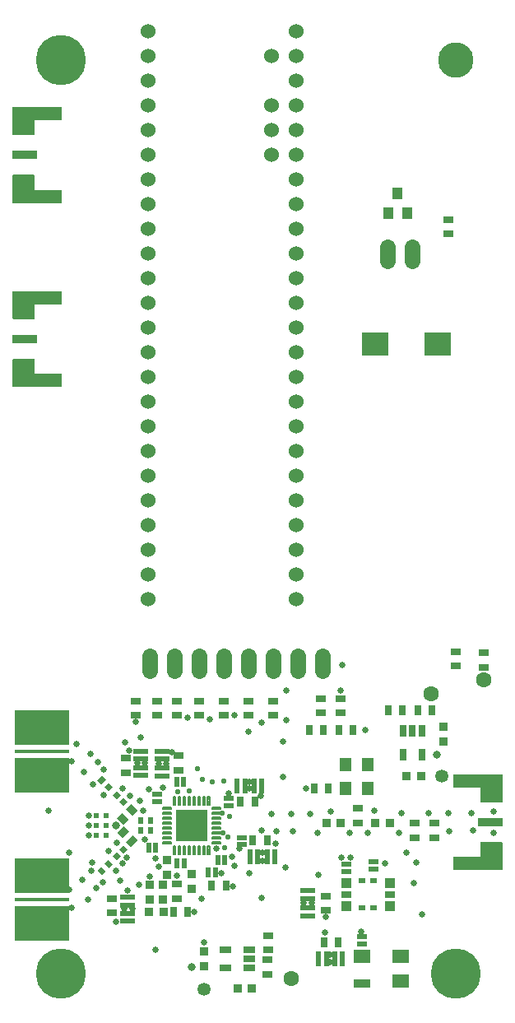
<source format=gts>
G04 EAGLE Gerber RS-274X export*
G75*
%MOMM*%
%FSLAX34Y34*%
%LPD*%
%INSoldermask Top*%
%IPPOS*%
%AMOC8*
5,1,8,0,0,1.08239X$1,22.5*%
G01*
%ADD10C,3.632200*%
%ADD11C,1.346200*%
%ADD12R,0.876200X0.876200*%
%ADD13R,0.576200X0.576200*%
%ADD14R,0.576200X0.576200*%
%ADD15R,2.676200X2.476200*%
%ADD16R,1.176200X1.376200*%
%ADD17R,1.076200X1.276200*%
%ADD18R,5.613400X0.431800*%
%ADD19R,5.613400X3.632200*%
%ADD20C,1.600200*%
%ADD21R,0.576200X0.676200*%
%ADD22R,0.776200X0.976200*%
%ADD23R,0.976200X0.676200*%
%ADD24R,0.676200X0.976200*%
%ADD25R,2.616200X0.838200*%
%ADD26R,5.156200X1.346200*%
%ADD27C,1.524000*%
%ADD28C,0.195622*%
%ADD29R,3.176200X3.176200*%
%ADD30R,0.776200X1.226200*%
%ADD31R,1.226200X0.776200*%
%ADD32C,1.576200*%
%ADD33R,0.576200X1.576200*%
%ADD34R,1.076200X0.576200*%
%ADD35R,1.576200X0.576200*%
%ADD36R,0.576200X1.076200*%
%ADD37R,1.076200X1.076200*%
%ADD38R,1.076200X0.676200*%
%ADD39R,0.676200X0.576200*%
%ADD40R,1.676200X1.376200*%
%ADD41R,1.752600X0.889000*%
%ADD42C,0.533400*%
%ADD43C,0.635000*%
%ADD44C,5.156200*%
%ADD45C,1.600200*%
%ADD46C,0.629400*%
%ADD47C,0.838200*%
%ADD48C,0.679400*%

G36*
X22978Y887746D02*
X22978Y887746D01*
X23097Y887753D01*
X23135Y887766D01*
X23176Y887771D01*
X23286Y887814D01*
X23399Y887851D01*
X23434Y887873D01*
X23471Y887888D01*
X23567Y887958D01*
X23668Y888021D01*
X23696Y888051D01*
X23729Y888074D01*
X23805Y888166D01*
X23886Y888253D01*
X23906Y888288D01*
X23931Y888319D01*
X23982Y888427D01*
X24040Y888531D01*
X24050Y888571D01*
X24067Y888607D01*
X24089Y888724D01*
X24119Y888839D01*
X24123Y888900D01*
X24127Y888920D01*
X24125Y888940D01*
X24129Y889000D01*
X24129Y905003D01*
X37973Y905003D01*
X38091Y905018D01*
X38210Y905025D01*
X38248Y905038D01*
X38289Y905043D01*
X38399Y905086D01*
X38512Y905123D01*
X38547Y905145D01*
X38584Y905160D01*
X38680Y905230D01*
X38781Y905293D01*
X38809Y905323D01*
X38842Y905346D01*
X38918Y905438D01*
X38999Y905525D01*
X39019Y905560D01*
X39044Y905591D01*
X39095Y905699D01*
X39153Y905803D01*
X39163Y905843D01*
X39180Y905879D01*
X39202Y905996D01*
X39232Y906111D01*
X39236Y906172D01*
X39240Y906192D01*
X39238Y906212D01*
X39242Y906272D01*
X39242Y912749D01*
X39227Y912867D01*
X39220Y912986D01*
X39207Y913024D01*
X39202Y913065D01*
X39159Y913175D01*
X39122Y913288D01*
X39100Y913323D01*
X39085Y913360D01*
X39016Y913456D01*
X38952Y913557D01*
X38922Y913585D01*
X38899Y913618D01*
X38807Y913694D01*
X38720Y913775D01*
X38685Y913795D01*
X38654Y913820D01*
X38546Y913871D01*
X38442Y913929D01*
X38402Y913939D01*
X38366Y913956D01*
X38249Y913978D01*
X38134Y914008D01*
X38074Y914012D01*
X38054Y914016D01*
X38033Y914014D01*
X37973Y914018D01*
X2540Y914018D01*
X2422Y914003D01*
X2303Y913996D01*
X2265Y913983D01*
X2224Y913978D01*
X2114Y913935D01*
X2001Y913898D01*
X1966Y913876D01*
X1929Y913861D01*
X1833Y913792D01*
X1732Y913728D01*
X1704Y913698D01*
X1671Y913675D01*
X1596Y913583D01*
X1514Y913496D01*
X1494Y913461D01*
X1469Y913430D01*
X1418Y913322D01*
X1360Y913218D01*
X1350Y913178D01*
X1333Y913142D01*
X1311Y913025D01*
X1281Y912910D01*
X1277Y912850D01*
X1273Y912830D01*
X1275Y912809D01*
X1271Y912749D01*
X1271Y889000D01*
X1286Y888882D01*
X1293Y888763D01*
X1306Y888725D01*
X1311Y888684D01*
X1354Y888574D01*
X1391Y888461D01*
X1413Y888426D01*
X1428Y888389D01*
X1498Y888293D01*
X1561Y888192D01*
X1591Y888164D01*
X1614Y888131D01*
X1706Y888056D01*
X1793Y887974D01*
X1828Y887954D01*
X1859Y887929D01*
X1967Y887878D01*
X2071Y887820D01*
X2111Y887810D01*
X2147Y887793D01*
X2264Y887771D01*
X2379Y887741D01*
X2440Y887737D01*
X2460Y887733D01*
X2480Y887735D01*
X2540Y887731D01*
X22860Y887731D01*
X22978Y887746D01*
G37*
G36*
X22978Y698516D02*
X22978Y698516D01*
X23097Y698523D01*
X23135Y698536D01*
X23176Y698541D01*
X23286Y698584D01*
X23399Y698621D01*
X23434Y698643D01*
X23471Y698658D01*
X23567Y698728D01*
X23668Y698791D01*
X23696Y698821D01*
X23729Y698844D01*
X23805Y698936D01*
X23886Y699023D01*
X23906Y699058D01*
X23931Y699089D01*
X23982Y699197D01*
X24040Y699301D01*
X24050Y699341D01*
X24067Y699377D01*
X24089Y699494D01*
X24119Y699609D01*
X24123Y699670D01*
X24127Y699690D01*
X24125Y699710D01*
X24129Y699770D01*
X24129Y715773D01*
X37973Y715773D01*
X38091Y715788D01*
X38210Y715795D01*
X38248Y715808D01*
X38289Y715813D01*
X38399Y715856D01*
X38512Y715893D01*
X38547Y715915D01*
X38584Y715930D01*
X38680Y716000D01*
X38781Y716063D01*
X38809Y716093D01*
X38842Y716116D01*
X38918Y716208D01*
X38999Y716295D01*
X39019Y716330D01*
X39044Y716361D01*
X39095Y716469D01*
X39153Y716573D01*
X39163Y716613D01*
X39180Y716649D01*
X39202Y716766D01*
X39232Y716881D01*
X39236Y716942D01*
X39240Y716962D01*
X39238Y716982D01*
X39242Y717042D01*
X39242Y723519D01*
X39227Y723637D01*
X39220Y723756D01*
X39207Y723794D01*
X39202Y723835D01*
X39159Y723945D01*
X39122Y724058D01*
X39100Y724093D01*
X39085Y724130D01*
X39016Y724226D01*
X38952Y724327D01*
X38922Y724355D01*
X38899Y724388D01*
X38807Y724464D01*
X38720Y724545D01*
X38685Y724565D01*
X38654Y724590D01*
X38546Y724641D01*
X38442Y724699D01*
X38402Y724709D01*
X38366Y724726D01*
X38249Y724748D01*
X38134Y724778D01*
X38074Y724782D01*
X38054Y724786D01*
X38033Y724784D01*
X37973Y724788D01*
X2540Y724788D01*
X2422Y724773D01*
X2303Y724766D01*
X2265Y724753D01*
X2224Y724748D01*
X2114Y724705D01*
X2001Y724668D01*
X1966Y724646D01*
X1929Y724631D01*
X1833Y724562D01*
X1732Y724498D01*
X1704Y724468D01*
X1671Y724445D01*
X1596Y724353D01*
X1514Y724266D01*
X1494Y724231D01*
X1469Y724200D01*
X1418Y724092D01*
X1360Y723988D01*
X1350Y723948D01*
X1333Y723912D01*
X1311Y723795D01*
X1281Y723680D01*
X1277Y723620D01*
X1273Y723600D01*
X1275Y723579D01*
X1271Y723519D01*
X1271Y699770D01*
X1286Y699652D01*
X1293Y699533D01*
X1306Y699495D01*
X1311Y699454D01*
X1354Y699344D01*
X1391Y699231D01*
X1413Y699196D01*
X1428Y699159D01*
X1498Y699063D01*
X1561Y698962D01*
X1591Y698934D01*
X1614Y698901D01*
X1706Y698826D01*
X1793Y698744D01*
X1828Y698724D01*
X1859Y698699D01*
X1967Y698648D01*
X2071Y698590D01*
X2111Y698580D01*
X2147Y698563D01*
X2264Y698541D01*
X2379Y698511D01*
X2440Y698507D01*
X2460Y698503D01*
X2480Y698505D01*
X2540Y698501D01*
X22860Y698501D01*
X22978Y698516D01*
G37*
G36*
X504308Y134509D02*
X504308Y134509D01*
X504427Y134516D01*
X504465Y134529D01*
X504506Y134534D01*
X504616Y134577D01*
X504729Y134614D01*
X504764Y134636D01*
X504801Y134651D01*
X504897Y134721D01*
X504998Y134784D01*
X505026Y134814D01*
X505059Y134837D01*
X505135Y134929D01*
X505216Y135016D01*
X505236Y135051D01*
X505261Y135082D01*
X505312Y135190D01*
X505370Y135294D01*
X505380Y135334D01*
X505397Y135370D01*
X505419Y135487D01*
X505449Y135602D01*
X505453Y135663D01*
X505457Y135683D01*
X505455Y135703D01*
X505459Y135763D01*
X505459Y159512D01*
X505444Y159630D01*
X505437Y159749D01*
X505424Y159787D01*
X505419Y159828D01*
X505376Y159938D01*
X505339Y160051D01*
X505317Y160086D01*
X505302Y160123D01*
X505233Y160219D01*
X505169Y160320D01*
X505139Y160348D01*
X505116Y160381D01*
X505024Y160457D01*
X504937Y160538D01*
X504902Y160558D01*
X504871Y160583D01*
X504763Y160634D01*
X504659Y160692D01*
X504619Y160702D01*
X504583Y160719D01*
X504466Y160741D01*
X504351Y160771D01*
X504291Y160775D01*
X504271Y160779D01*
X504250Y160777D01*
X504190Y160781D01*
X483870Y160781D01*
X483752Y160766D01*
X483633Y160759D01*
X483595Y160746D01*
X483554Y160741D01*
X483444Y160698D01*
X483331Y160661D01*
X483296Y160639D01*
X483259Y160624D01*
X483163Y160555D01*
X483062Y160491D01*
X483034Y160461D01*
X483001Y160438D01*
X482926Y160346D01*
X482844Y160259D01*
X482824Y160224D01*
X482799Y160193D01*
X482748Y160085D01*
X482690Y159981D01*
X482680Y159941D01*
X482663Y159905D01*
X482641Y159788D01*
X482611Y159673D01*
X482607Y159613D01*
X482603Y159593D01*
X482605Y159572D01*
X482601Y159512D01*
X482601Y143509D01*
X468757Y143509D01*
X468639Y143494D01*
X468520Y143487D01*
X468482Y143474D01*
X468441Y143469D01*
X468331Y143426D01*
X468218Y143389D01*
X468183Y143367D01*
X468146Y143352D01*
X468050Y143283D01*
X467949Y143219D01*
X467921Y143189D01*
X467888Y143166D01*
X467813Y143074D01*
X467731Y142987D01*
X467711Y142952D01*
X467686Y142921D01*
X467635Y142813D01*
X467577Y142709D01*
X467567Y142669D01*
X467550Y142633D01*
X467528Y142516D01*
X467498Y142401D01*
X467494Y142341D01*
X467490Y142321D01*
X467492Y142300D01*
X467488Y142240D01*
X467488Y135763D01*
X467503Y135645D01*
X467510Y135526D01*
X467523Y135488D01*
X467528Y135447D01*
X467571Y135337D01*
X467608Y135224D01*
X467630Y135189D01*
X467645Y135152D01*
X467715Y135056D01*
X467778Y134955D01*
X467808Y134927D01*
X467831Y134894D01*
X467923Y134819D01*
X468010Y134737D01*
X468045Y134717D01*
X468076Y134692D01*
X468184Y134641D01*
X468288Y134583D01*
X468328Y134573D01*
X468364Y134556D01*
X468481Y134534D01*
X468596Y134504D01*
X468657Y134500D01*
X468677Y134496D01*
X468697Y134498D01*
X468757Y134494D01*
X504190Y134494D01*
X504308Y134509D01*
G37*
G36*
X31614Y820817D02*
X31614Y820817D01*
X31733Y820824D01*
X31771Y820837D01*
X31812Y820842D01*
X31922Y820885D01*
X32035Y820922D01*
X32070Y820944D01*
X32107Y820959D01*
X32203Y821029D01*
X32304Y821092D01*
X32332Y821122D01*
X32365Y821145D01*
X32441Y821237D01*
X32522Y821324D01*
X32542Y821359D01*
X32567Y821390D01*
X32618Y821498D01*
X32676Y821602D01*
X32686Y821642D01*
X32703Y821678D01*
X32725Y821795D01*
X32755Y821910D01*
X32759Y821971D01*
X32763Y821991D01*
X32761Y822011D01*
X32765Y822071D01*
X32765Y828548D01*
X32750Y828666D01*
X32743Y828785D01*
X32730Y828823D01*
X32725Y828864D01*
X32682Y828974D01*
X32645Y829087D01*
X32623Y829122D01*
X32608Y829159D01*
X32539Y829255D01*
X32475Y829356D01*
X32445Y829384D01*
X32422Y829417D01*
X32330Y829493D01*
X32243Y829574D01*
X32208Y829594D01*
X32177Y829619D01*
X32069Y829670D01*
X31965Y829728D01*
X31925Y829738D01*
X31889Y829755D01*
X31772Y829777D01*
X31657Y829807D01*
X31597Y829811D01*
X31577Y829815D01*
X31556Y829813D01*
X31496Y829817D01*
X24129Y829817D01*
X24129Y845820D01*
X24114Y845938D01*
X24107Y846057D01*
X24094Y846095D01*
X24089Y846136D01*
X24046Y846246D01*
X24009Y846359D01*
X23987Y846394D01*
X23972Y846431D01*
X23903Y846527D01*
X23839Y846628D01*
X23809Y846656D01*
X23786Y846689D01*
X23694Y846765D01*
X23607Y846846D01*
X23572Y846866D01*
X23541Y846891D01*
X23433Y846942D01*
X23329Y847000D01*
X23289Y847010D01*
X23253Y847027D01*
X23136Y847049D01*
X23021Y847079D01*
X22961Y847083D01*
X22941Y847087D01*
X22920Y847085D01*
X22860Y847089D01*
X2540Y847089D01*
X2422Y847074D01*
X2303Y847067D01*
X2265Y847054D01*
X2224Y847049D01*
X2114Y847006D01*
X2001Y846969D01*
X1966Y846947D01*
X1929Y846932D01*
X1833Y846863D01*
X1732Y846799D01*
X1704Y846769D01*
X1671Y846746D01*
X1596Y846654D01*
X1514Y846567D01*
X1494Y846532D01*
X1469Y846501D01*
X1418Y846393D01*
X1360Y846289D01*
X1350Y846249D01*
X1333Y846213D01*
X1311Y846096D01*
X1281Y845981D01*
X1277Y845921D01*
X1273Y845901D01*
X1275Y845880D01*
X1271Y845820D01*
X1271Y822071D01*
X1286Y821953D01*
X1293Y821834D01*
X1306Y821796D01*
X1311Y821755D01*
X1354Y821645D01*
X1391Y821532D01*
X1413Y821497D01*
X1428Y821460D01*
X1498Y821364D01*
X1561Y821263D01*
X1591Y821235D01*
X1614Y821202D01*
X1706Y821127D01*
X1793Y821045D01*
X1828Y821025D01*
X1859Y821000D01*
X1967Y820949D01*
X2071Y820891D01*
X2111Y820881D01*
X2147Y820864D01*
X2264Y820842D01*
X2379Y820812D01*
X2440Y820808D01*
X2460Y820804D01*
X2480Y820806D01*
X2540Y820802D01*
X31496Y820802D01*
X31614Y820817D01*
G37*
G36*
X31614Y631587D02*
X31614Y631587D01*
X31733Y631594D01*
X31771Y631607D01*
X31812Y631612D01*
X31922Y631655D01*
X32035Y631692D01*
X32070Y631714D01*
X32107Y631729D01*
X32203Y631799D01*
X32304Y631862D01*
X32332Y631892D01*
X32365Y631915D01*
X32441Y632007D01*
X32522Y632094D01*
X32542Y632129D01*
X32567Y632160D01*
X32618Y632268D01*
X32676Y632372D01*
X32686Y632412D01*
X32703Y632448D01*
X32725Y632565D01*
X32755Y632680D01*
X32759Y632741D01*
X32763Y632761D01*
X32761Y632781D01*
X32765Y632841D01*
X32765Y639318D01*
X32750Y639436D01*
X32743Y639555D01*
X32730Y639593D01*
X32725Y639634D01*
X32682Y639744D01*
X32645Y639857D01*
X32623Y639892D01*
X32608Y639929D01*
X32539Y640025D01*
X32475Y640126D01*
X32445Y640154D01*
X32422Y640187D01*
X32330Y640263D01*
X32243Y640344D01*
X32208Y640364D01*
X32177Y640389D01*
X32069Y640440D01*
X31965Y640498D01*
X31925Y640508D01*
X31889Y640525D01*
X31772Y640547D01*
X31657Y640577D01*
X31597Y640581D01*
X31577Y640585D01*
X31556Y640583D01*
X31496Y640587D01*
X24129Y640587D01*
X24129Y656590D01*
X24114Y656708D01*
X24107Y656827D01*
X24094Y656865D01*
X24089Y656906D01*
X24046Y657016D01*
X24009Y657129D01*
X23987Y657164D01*
X23972Y657201D01*
X23903Y657297D01*
X23839Y657398D01*
X23809Y657426D01*
X23786Y657459D01*
X23694Y657535D01*
X23607Y657616D01*
X23572Y657636D01*
X23541Y657661D01*
X23433Y657712D01*
X23329Y657770D01*
X23289Y657780D01*
X23253Y657797D01*
X23136Y657819D01*
X23021Y657849D01*
X22961Y657853D01*
X22941Y657857D01*
X22920Y657855D01*
X22860Y657859D01*
X2540Y657859D01*
X2422Y657844D01*
X2303Y657837D01*
X2265Y657824D01*
X2224Y657819D01*
X2114Y657776D01*
X2001Y657739D01*
X1966Y657717D01*
X1929Y657702D01*
X1833Y657633D01*
X1732Y657569D01*
X1704Y657539D01*
X1671Y657516D01*
X1596Y657424D01*
X1514Y657337D01*
X1494Y657302D01*
X1469Y657271D01*
X1418Y657163D01*
X1360Y657059D01*
X1350Y657019D01*
X1333Y656983D01*
X1311Y656866D01*
X1281Y656751D01*
X1277Y656691D01*
X1273Y656671D01*
X1275Y656650D01*
X1271Y656590D01*
X1271Y632841D01*
X1286Y632723D01*
X1293Y632604D01*
X1306Y632566D01*
X1311Y632525D01*
X1354Y632415D01*
X1391Y632302D01*
X1413Y632267D01*
X1428Y632230D01*
X1498Y632134D01*
X1561Y632033D01*
X1591Y632005D01*
X1614Y631972D01*
X1706Y631897D01*
X1793Y631815D01*
X1828Y631795D01*
X1859Y631770D01*
X1967Y631719D01*
X2071Y631661D01*
X2111Y631651D01*
X2147Y631634D01*
X2264Y631612D01*
X2379Y631582D01*
X2440Y631578D01*
X2460Y631574D01*
X2480Y631576D01*
X2540Y631572D01*
X31496Y631572D01*
X31614Y631587D01*
G37*
G36*
X504308Y201438D02*
X504308Y201438D01*
X504427Y201445D01*
X504465Y201458D01*
X504506Y201463D01*
X504616Y201506D01*
X504729Y201543D01*
X504764Y201565D01*
X504801Y201580D01*
X504897Y201650D01*
X504998Y201713D01*
X505026Y201743D01*
X505059Y201766D01*
X505135Y201858D01*
X505216Y201945D01*
X505236Y201980D01*
X505261Y202011D01*
X505312Y202119D01*
X505370Y202223D01*
X505380Y202263D01*
X505397Y202299D01*
X505419Y202416D01*
X505449Y202531D01*
X505453Y202592D01*
X505457Y202612D01*
X505455Y202632D01*
X505459Y202692D01*
X505459Y226441D01*
X505444Y226559D01*
X505437Y226678D01*
X505424Y226716D01*
X505419Y226757D01*
X505376Y226867D01*
X505339Y226980D01*
X505317Y227015D01*
X505302Y227052D01*
X505233Y227148D01*
X505169Y227249D01*
X505139Y227277D01*
X505116Y227310D01*
X505024Y227386D01*
X504937Y227467D01*
X504902Y227487D01*
X504871Y227512D01*
X504763Y227563D01*
X504659Y227621D01*
X504619Y227631D01*
X504583Y227648D01*
X504466Y227670D01*
X504351Y227700D01*
X504291Y227704D01*
X504271Y227708D01*
X504250Y227706D01*
X504190Y227710D01*
X475234Y227710D01*
X475116Y227695D01*
X474997Y227688D01*
X474959Y227675D01*
X474918Y227670D01*
X474808Y227627D01*
X474695Y227590D01*
X474660Y227568D01*
X474623Y227553D01*
X474527Y227484D01*
X474426Y227420D01*
X474398Y227390D01*
X474365Y227367D01*
X474290Y227275D01*
X474208Y227188D01*
X474188Y227153D01*
X474163Y227122D01*
X474112Y227014D01*
X474054Y226910D01*
X474044Y226870D01*
X474027Y226834D01*
X474005Y226717D01*
X473975Y226602D01*
X473971Y226542D01*
X473967Y226522D01*
X473969Y226501D01*
X473965Y226441D01*
X473965Y219964D01*
X473980Y219846D01*
X473987Y219727D01*
X474000Y219689D01*
X474005Y219648D01*
X474048Y219538D01*
X474085Y219425D01*
X474107Y219390D01*
X474122Y219353D01*
X474192Y219257D01*
X474255Y219156D01*
X474285Y219128D01*
X474308Y219095D01*
X474400Y219020D01*
X474487Y218938D01*
X474522Y218918D01*
X474553Y218893D01*
X474661Y218842D01*
X474765Y218784D01*
X474805Y218774D01*
X474841Y218757D01*
X474958Y218735D01*
X475073Y218705D01*
X475134Y218701D01*
X475154Y218697D01*
X475174Y218699D01*
X475234Y218695D01*
X482601Y218695D01*
X482601Y202692D01*
X482616Y202574D01*
X482623Y202455D01*
X482636Y202417D01*
X482641Y202376D01*
X482684Y202266D01*
X482721Y202153D01*
X482743Y202118D01*
X482758Y202081D01*
X482828Y201985D01*
X482891Y201884D01*
X482921Y201856D01*
X482944Y201823D01*
X483036Y201748D01*
X483123Y201666D01*
X483158Y201646D01*
X483189Y201621D01*
X483297Y201570D01*
X483401Y201512D01*
X483441Y201502D01*
X483477Y201485D01*
X483594Y201463D01*
X483709Y201433D01*
X483770Y201429D01*
X483790Y201425D01*
X483810Y201427D01*
X483870Y201423D01*
X504190Y201423D01*
X504308Y201438D01*
G37*
D10*
X457200Y965200D03*
D11*
X442976Y228854D03*
D12*
X160020Y127120D03*
X160020Y142120D03*
X389516Y180594D03*
X374516Y180594D03*
X338970Y180340D03*
X323970Y180340D03*
X155956Y116466D03*
X155956Y101466D03*
D13*
X97710Y187960D03*
X87710Y187960D03*
X97710Y177800D03*
X87710Y177800D03*
D14*
G36*
X115296Y206278D02*
X119370Y202204D01*
X115296Y198130D01*
X111222Y202204D01*
X115296Y206278D01*
G37*
G36*
X108224Y213350D02*
X112298Y209276D01*
X108224Y205202D01*
X104150Y209276D01*
X108224Y213350D01*
G37*
D12*
X198120Y33140D03*
X198120Y48140D03*
X185166Y127388D03*
X185166Y112388D03*
X444500Y279280D03*
X444500Y264280D03*
D15*
X438400Y673100D03*
X374400Y673100D03*
D12*
X421520Y228600D03*
X406520Y228600D03*
D14*
G36*
X111222Y153396D02*
X115296Y157470D01*
X119370Y153396D01*
X115296Y149322D01*
X111222Y153396D01*
G37*
G36*
X104150Y146324D02*
X108224Y150398D01*
X112298Y146324D01*
X108224Y142250D01*
X104150Y146324D01*
G37*
D13*
X97710Y167640D03*
X87710Y167640D03*
D12*
X247530Y10160D03*
X232530Y10160D03*
D16*
X367100Y240030D03*
X344100Y240030D03*
D17*
X397510Y827880D03*
X387510Y807880D03*
X407510Y807880D03*
D18*
X31496Y254000D03*
D19*
X31496Y278892D03*
X31496Y229108D03*
D18*
X31496Y101600D03*
D19*
X31496Y126492D03*
X31496Y76708D03*
D20*
X167640Y336550D02*
X167640Y351790D01*
X193040Y351790D02*
X193040Y336550D01*
X218440Y336550D02*
X218440Y351790D01*
X243840Y351790D02*
X243840Y336550D01*
X269240Y336550D02*
X269240Y351790D01*
X294640Y351790D02*
X294640Y336550D01*
X320040Y336550D02*
X320040Y351790D01*
X142240Y351790D02*
X142240Y336550D01*
D21*
G36*
X95629Y138509D02*
X99703Y142583D01*
X104483Y137803D01*
X100409Y133729D01*
X95629Y138509D01*
G37*
G36*
X88557Y131437D02*
X92631Y135511D01*
X97411Y130731D01*
X93337Y126657D01*
X88557Y131437D01*
G37*
D22*
G36*
X120979Y183927D02*
X115491Y178439D01*
X108589Y185341D01*
X114077Y190829D01*
X120979Y183927D01*
G37*
G36*
X130171Y193119D02*
X124683Y187631D01*
X117781Y194533D01*
X123269Y200021D01*
X130171Y193119D01*
G37*
G36*
X124683Y167969D02*
X130171Y162481D01*
X123269Y155579D01*
X117781Y161067D01*
X124683Y167969D01*
G37*
G36*
X115491Y177161D02*
X120979Y171673D01*
X114077Y164771D01*
X108589Y170259D01*
X115491Y177161D01*
G37*
D21*
G36*
X100409Y221871D02*
X104483Y217797D01*
X99703Y213017D01*
X95629Y217091D01*
X100409Y221871D01*
G37*
G36*
X93337Y228943D02*
X97411Y224869D01*
X92631Y220089D01*
X88557Y224163D01*
X93337Y228943D01*
G37*
D12*
X141598Y89154D03*
X156598Y89154D03*
D23*
X339090Y293490D03*
X339090Y308490D03*
X269240Y305950D03*
X269240Y290950D03*
X243840Y290950D03*
X243840Y305950D03*
X218440Y290950D03*
X218440Y305950D03*
X193040Y290950D03*
X193040Y305950D03*
X170180Y290950D03*
X170180Y305950D03*
X149860Y290950D03*
X149860Y305950D03*
X128270Y290950D03*
X128270Y305950D03*
X170180Y102482D03*
X170180Y117482D03*
D24*
X432950Y295910D03*
X417950Y295910D03*
D21*
X143430Y182880D03*
X133430Y182880D03*
D23*
X263906Y49650D03*
X263906Y64650D03*
D24*
X402470Y295910D03*
X387470Y295910D03*
D21*
X143430Y172720D03*
X133430Y172720D03*
D23*
X263652Y24758D03*
X263652Y39758D03*
D12*
X141986Y116466D03*
X141986Y101466D03*
D24*
X166490Y88900D03*
X181490Y88900D03*
D23*
X415290Y180474D03*
X415290Y165474D03*
D24*
X351670Y275590D03*
X336670Y275590D03*
D23*
X318770Y293490D03*
X318770Y308490D03*
D24*
X321190Y275590D03*
X306190Y275590D03*
D23*
X356870Y180460D03*
X356870Y195460D03*
D25*
X492760Y181102D03*
D26*
X480060Y223647D03*
X480060Y138557D03*
D27*
X140970Y943610D03*
X140970Y918210D03*
X140970Y892810D03*
X140970Y867410D03*
X140970Y842010D03*
X140970Y816610D03*
X140970Y791210D03*
X140970Y765810D03*
X140970Y740410D03*
X140970Y715010D03*
X140970Y689610D03*
X140970Y664210D03*
X293370Y664210D03*
X293370Y689610D03*
X293370Y715010D03*
X293370Y740410D03*
X293370Y765810D03*
X293370Y791210D03*
X293370Y816610D03*
X293370Y842010D03*
X293370Y867410D03*
X293370Y892810D03*
X293370Y918210D03*
X140970Y969010D03*
X293370Y943610D03*
X293370Y969010D03*
X140970Y994410D03*
X293370Y994410D03*
X140970Y638810D03*
X293370Y638810D03*
X140970Y613410D03*
X140970Y588010D03*
X140970Y562610D03*
X140970Y537210D03*
X140970Y511810D03*
X140970Y486410D03*
X140970Y461010D03*
X140970Y435610D03*
X140970Y410210D03*
X293370Y410210D03*
X293370Y435610D03*
X293370Y461010D03*
X293370Y486410D03*
X293370Y511810D03*
X293370Y537210D03*
X293370Y562610D03*
X293370Y588010D03*
X293370Y613410D03*
X267970Y969010D03*
X267970Y918210D03*
X267970Y892810D03*
X267970Y867410D03*
D28*
X206517Y161203D02*
X206517Y159397D01*
X206517Y161203D02*
X215323Y161203D01*
X215323Y159397D01*
X206517Y159397D01*
X168823Y147897D02*
X167017Y147897D01*
X167017Y156703D01*
X168823Y156703D01*
X168823Y147897D01*
X168823Y149755D02*
X167017Y149755D01*
X167017Y151613D02*
X168823Y151613D01*
X168823Y153471D02*
X167017Y153471D01*
X167017Y155329D02*
X168823Y155329D01*
X155517Y194397D02*
X155517Y196203D01*
X164323Y196203D01*
X164323Y194397D01*
X155517Y194397D01*
X167017Y198897D02*
X168823Y198897D01*
X167017Y198897D02*
X167017Y207703D01*
X168823Y207703D01*
X168823Y198897D01*
X168823Y200755D02*
X167017Y200755D01*
X167017Y202613D02*
X168823Y202613D01*
X168823Y204471D02*
X167017Y204471D01*
X167017Y206329D02*
X168823Y206329D01*
X155517Y191203D02*
X155517Y189397D01*
X155517Y191203D02*
X164323Y191203D01*
X164323Y189397D01*
X155517Y189397D01*
X155517Y186203D02*
X155517Y184397D01*
X155517Y186203D02*
X164323Y186203D01*
X164323Y184397D01*
X155517Y184397D01*
X155517Y181203D02*
X155517Y179397D01*
X155517Y181203D02*
X164323Y181203D01*
X164323Y179397D01*
X155517Y179397D01*
X155517Y176203D02*
X155517Y174397D01*
X155517Y176203D02*
X164323Y176203D01*
X164323Y174397D01*
X155517Y174397D01*
X155517Y171203D02*
X155517Y169397D01*
X155517Y171203D02*
X164323Y171203D01*
X164323Y169397D01*
X155517Y169397D01*
X155517Y166203D02*
X155517Y164397D01*
X155517Y166203D02*
X164323Y166203D01*
X164323Y164397D01*
X155517Y164397D01*
X155517Y161203D02*
X155517Y159397D01*
X155517Y161203D02*
X164323Y161203D01*
X164323Y159397D01*
X155517Y159397D01*
X177017Y147897D02*
X178823Y147897D01*
X177017Y147897D02*
X177017Y156703D01*
X178823Y156703D01*
X178823Y147897D01*
X178823Y149755D02*
X177017Y149755D01*
X177017Y151613D02*
X178823Y151613D01*
X178823Y153471D02*
X177017Y153471D01*
X177017Y155329D02*
X178823Y155329D01*
X173823Y147897D02*
X172017Y147897D01*
X172017Y156703D01*
X173823Y156703D01*
X173823Y147897D01*
X173823Y149755D02*
X172017Y149755D01*
X172017Y151613D02*
X173823Y151613D01*
X173823Y153471D02*
X172017Y153471D01*
X172017Y155329D02*
X173823Y155329D01*
X182017Y147897D02*
X183823Y147897D01*
X182017Y147897D02*
X182017Y156703D01*
X183823Y156703D01*
X183823Y147897D01*
X183823Y149755D02*
X182017Y149755D01*
X182017Y151613D02*
X183823Y151613D01*
X183823Y153471D02*
X182017Y153471D01*
X182017Y155329D02*
X183823Y155329D01*
X187017Y147897D02*
X188823Y147897D01*
X187017Y147897D02*
X187017Y156703D01*
X188823Y156703D01*
X188823Y147897D01*
X188823Y149755D02*
X187017Y149755D01*
X187017Y151613D02*
X188823Y151613D01*
X188823Y153471D02*
X187017Y153471D01*
X187017Y155329D02*
X188823Y155329D01*
X192017Y147897D02*
X193823Y147897D01*
X192017Y147897D02*
X192017Y156703D01*
X193823Y156703D01*
X193823Y147897D01*
X193823Y149755D02*
X192017Y149755D01*
X192017Y151613D02*
X193823Y151613D01*
X193823Y153471D02*
X192017Y153471D01*
X192017Y155329D02*
X193823Y155329D01*
X197017Y147897D02*
X198823Y147897D01*
X197017Y147897D02*
X197017Y156703D01*
X198823Y156703D01*
X198823Y147897D01*
X198823Y149755D02*
X197017Y149755D01*
X197017Y151613D02*
X198823Y151613D01*
X198823Y153471D02*
X197017Y153471D01*
X197017Y155329D02*
X198823Y155329D01*
X202017Y147897D02*
X203823Y147897D01*
X202017Y147897D02*
X202017Y156703D01*
X203823Y156703D01*
X203823Y147897D01*
X203823Y149755D02*
X202017Y149755D01*
X202017Y151613D02*
X203823Y151613D01*
X203823Y153471D02*
X202017Y153471D01*
X202017Y155329D02*
X203823Y155329D01*
X173823Y198897D02*
X172017Y198897D01*
X172017Y207703D01*
X173823Y207703D01*
X173823Y198897D01*
X173823Y200755D02*
X172017Y200755D01*
X172017Y202613D02*
X173823Y202613D01*
X173823Y204471D02*
X172017Y204471D01*
X172017Y206329D02*
X173823Y206329D01*
X177017Y198897D02*
X178823Y198897D01*
X177017Y198897D02*
X177017Y207703D01*
X178823Y207703D01*
X178823Y198897D01*
X178823Y200755D02*
X177017Y200755D01*
X177017Y202613D02*
X178823Y202613D01*
X178823Y204471D02*
X177017Y204471D01*
X177017Y206329D02*
X178823Y206329D01*
X182017Y198897D02*
X183823Y198897D01*
X182017Y198897D02*
X182017Y207703D01*
X183823Y207703D01*
X183823Y198897D01*
X183823Y200755D02*
X182017Y200755D01*
X182017Y202613D02*
X183823Y202613D01*
X183823Y204471D02*
X182017Y204471D01*
X182017Y206329D02*
X183823Y206329D01*
X187017Y198897D02*
X188823Y198897D01*
X187017Y198897D02*
X187017Y207703D01*
X188823Y207703D01*
X188823Y198897D01*
X188823Y200755D02*
X187017Y200755D01*
X187017Y202613D02*
X188823Y202613D01*
X188823Y204471D02*
X187017Y204471D01*
X187017Y206329D02*
X188823Y206329D01*
X192017Y198897D02*
X193823Y198897D01*
X192017Y198897D02*
X192017Y207703D01*
X193823Y207703D01*
X193823Y198897D01*
X193823Y200755D02*
X192017Y200755D01*
X192017Y202613D02*
X193823Y202613D01*
X193823Y204471D02*
X192017Y204471D01*
X192017Y206329D02*
X193823Y206329D01*
X197017Y198897D02*
X198823Y198897D01*
X197017Y198897D02*
X197017Y207703D01*
X198823Y207703D01*
X198823Y198897D01*
X198823Y200755D02*
X197017Y200755D01*
X197017Y202613D02*
X198823Y202613D01*
X198823Y204471D02*
X197017Y204471D01*
X197017Y206329D02*
X198823Y206329D01*
X202017Y198897D02*
X203823Y198897D01*
X202017Y198897D02*
X202017Y207703D01*
X203823Y207703D01*
X203823Y198897D01*
X203823Y200755D02*
X202017Y200755D01*
X202017Y202613D02*
X203823Y202613D01*
X203823Y204471D02*
X202017Y204471D01*
X202017Y206329D02*
X203823Y206329D01*
X206517Y166203D02*
X206517Y164397D01*
X206517Y166203D02*
X215323Y166203D01*
X215323Y164397D01*
X206517Y164397D01*
X206517Y169397D02*
X206517Y171203D01*
X215323Y171203D01*
X215323Y169397D01*
X206517Y169397D01*
X206517Y174397D02*
X206517Y176203D01*
X215323Y176203D01*
X215323Y174397D01*
X206517Y174397D01*
X206517Y179397D02*
X206517Y181203D01*
X215323Y181203D01*
X215323Y179397D01*
X206517Y179397D01*
X206517Y184397D02*
X206517Y186203D01*
X215323Y186203D01*
X215323Y184397D01*
X206517Y184397D01*
X206517Y189397D02*
X206517Y191203D01*
X215323Y191203D01*
X215323Y189397D01*
X206517Y189397D01*
X206517Y194397D02*
X206517Y196203D01*
X215323Y196203D01*
X215323Y194397D01*
X206517Y194397D01*
D29*
X185420Y177800D03*
D30*
X422250Y250640D03*
X403250Y250640D03*
X403250Y275140D03*
X412750Y275140D03*
X422250Y275140D03*
D31*
X220160Y31140D03*
X220160Y50140D03*
X244660Y50140D03*
X244660Y40640D03*
X244660Y31140D03*
D11*
X198120Y8890D03*
D32*
X412750Y758310D02*
X412750Y773310D01*
X387350Y773310D02*
X387350Y758310D01*
D24*
X220860Y115570D03*
X205860Y115570D03*
D16*
X367100Y215900D03*
X344100Y215900D03*
D24*
X326270Y215900D03*
X311270Y215900D03*
X250324Y202692D03*
X235324Y202692D03*
D33*
X257492Y218694D03*
X249492Y218694D03*
X232220Y218694D03*
X240220Y218694D03*
D34*
X223520Y198330D03*
X223520Y205530D03*
D23*
X172212Y249562D03*
X172212Y234562D03*
D35*
X154686Y254190D03*
X154686Y246190D03*
X154686Y228918D03*
X154686Y236918D03*
D36*
X177336Y222758D03*
X170136Y222758D03*
D23*
X117856Y246768D03*
X117856Y231768D03*
D35*
X133350Y253936D03*
X133350Y245936D03*
X133350Y229172D03*
X133350Y237172D03*
D34*
X149606Y202394D03*
X149606Y209594D03*
D24*
X263278Y162306D03*
X248278Y162306D03*
D33*
X271462Y145288D03*
X263462Y145288D03*
X245682Y145542D03*
X253682Y145542D03*
D34*
X236982Y165398D03*
X236982Y158198D03*
D23*
X103632Y87750D03*
X103632Y102750D03*
D35*
X119634Y79312D03*
X119634Y87312D03*
X119888Y103822D03*
X119888Y95822D03*
D36*
X148380Y154940D03*
X141180Y154940D03*
D25*
X13970Y867410D03*
D26*
X26670Y824865D03*
X26670Y909955D03*
D25*
X13970Y678180D03*
D26*
X26670Y635635D03*
X26670Y720725D03*
D37*
X344780Y95180D03*
X344780Y118180D03*
X389280Y118180D03*
X389280Y95180D03*
D38*
X344780Y106680D03*
X389280Y106680D03*
D39*
X361030Y92680D03*
X373030Y92680D03*
X361030Y120680D03*
X373030Y120680D03*
D35*
X304800Y84900D03*
X304800Y92900D03*
X304800Y110680D03*
X304800Y102680D03*
D34*
X344678Y130512D03*
X344678Y137712D03*
D23*
X323850Y105290D03*
X323850Y90290D03*
D34*
X372872Y133052D03*
X372872Y140252D03*
D23*
X457200Y341750D03*
X457200Y356750D03*
X486410Y340480D03*
X486410Y355480D03*
X449580Y801250D03*
X449580Y786250D03*
D36*
X212300Y142494D03*
X219500Y142494D03*
X177590Y138430D03*
X170390Y138430D03*
X202648Y129286D03*
X209848Y129286D03*
D23*
X435610Y180474D03*
X435610Y165474D03*
D40*
X361000Y42980D03*
X401000Y42980D03*
X401000Y17980D03*
D41*
X361000Y15480D03*
D33*
X316040Y40640D03*
X324040Y40640D03*
X340550Y40640D03*
X332550Y40640D03*
D34*
X360680Y56090D03*
X360680Y63290D03*
D24*
X336430Y57150D03*
X321430Y57150D03*
D42*
X217678Y170434D03*
X217098Y190300D03*
D43*
X16510Y111760D03*
X34544Y111760D03*
X59436Y111760D03*
X73152Y121920D03*
X82042Y130810D03*
X83312Y139700D03*
X99822Y151130D03*
X108712Y160020D03*
X16510Y91440D03*
X34290Y91440D03*
X62230Y92710D03*
X78740Y101600D03*
X87630Y113030D03*
X93726Y119634D03*
X107442Y131572D03*
X114046Y139192D03*
X118364Y144526D03*
X136906Y163322D03*
X10922Y243840D03*
X27178Y244094D03*
X44958Y244094D03*
X61722Y243840D03*
X74422Y232410D03*
X83820Y219964D03*
X95250Y208788D03*
X10160Y264160D03*
X26670Y264160D03*
X45720Y264160D03*
X67310Y261620D03*
X81280Y251460D03*
X88900Y242570D03*
X95250Y234950D03*
X121920Y208280D03*
X135890Y193040D03*
X156210Y216662D03*
X148082Y49530D03*
X496570Y191770D03*
X473710Y190500D03*
X449580Y190500D03*
X429260Y190500D03*
X401320Y190500D03*
X373380Y193040D03*
X328930Y191770D03*
X307340Y189230D03*
X288290Y189230D03*
X267970Y189230D03*
X273050Y171450D03*
X257810Y172720D03*
X289560Y171450D03*
X314960Y170180D03*
X347980Y170180D03*
X367030Y170180D03*
X398780Y170180D03*
X450850Y171450D03*
X474980Y172720D03*
X496570Y170180D03*
D44*
X50800Y965200D03*
X50800Y25400D03*
X457200Y25400D03*
D43*
X80010Y177800D03*
X38100Y193040D03*
X59690Y149860D03*
X198120Y57150D03*
X257810Y102870D03*
X210566Y153924D03*
X281940Y134620D03*
X234950Y153670D03*
X300990Y98298D03*
X384810Y138430D03*
X406400Y149860D03*
X414020Y118110D03*
X416560Y139700D03*
X364490Y275590D03*
X229870Y290830D03*
X204470Y287020D03*
X181610Y288290D03*
X194310Y186690D03*
X185420Y186690D03*
X176530Y186690D03*
X176530Y177800D03*
X185420Y177800D03*
X194310Y177800D03*
X194310Y168910D03*
X185420Y168910D03*
X176530Y168910D03*
X80010Y187960D03*
X80010Y167640D03*
X112014Y120650D03*
X229870Y135890D03*
X133350Y267970D03*
X116840Y262890D03*
X340360Y342900D03*
X159004Y241300D03*
X151384Y241300D03*
X223774Y210820D03*
X244856Y223012D03*
X244856Y215646D03*
X258572Y150114D03*
X258572Y141732D03*
X132080Y203200D03*
X315722Y127000D03*
X129794Y241808D03*
X136906Y241808D03*
X141224Y215138D03*
X114300Y215900D03*
X245110Y128270D03*
X308864Y98044D03*
X339852Y144780D03*
X348742Y144780D03*
X422402Y86360D03*
X283210Y316230D03*
X283210Y285750D03*
X279400Y227330D03*
X279400Y264160D03*
X115824Y91948D03*
X124460Y92202D03*
X142240Y125476D03*
X131064Y116586D03*
X195326Y102108D03*
X151892Y135382D03*
X227838Y115062D03*
X216408Y128778D03*
X227076Y145796D03*
D45*
X432054Y313436D03*
D43*
X327914Y44704D03*
X327914Y37084D03*
X359664Y68834D03*
D42*
X196850Y224790D03*
X191770Y236220D03*
X218440Y223520D03*
X219710Y154940D03*
X224790Y186690D03*
D46*
X243840Y274320D03*
D42*
X182586Y213360D03*
D43*
X188468Y89154D03*
D42*
X170761Y212798D03*
D43*
X170180Y126492D03*
D42*
X207010Y222250D03*
D47*
X107950Y177800D03*
X185420Y31750D03*
D42*
X223123Y165498D03*
D46*
X128270Y284480D03*
X257810Y283210D03*
X339090Y316230D03*
D48*
X164846Y253492D03*
X120904Y255016D03*
X107950Y78740D03*
X323850Y83820D03*
X271526Y158884D03*
D46*
X256540Y208280D03*
D43*
X303276Y216154D03*
D47*
X437896Y250444D03*
D46*
X322580Y67310D03*
D43*
X119888Y110490D03*
X148590Y143510D03*
D45*
X486410Y327660D03*
X288290Y20320D03*
M02*

</source>
